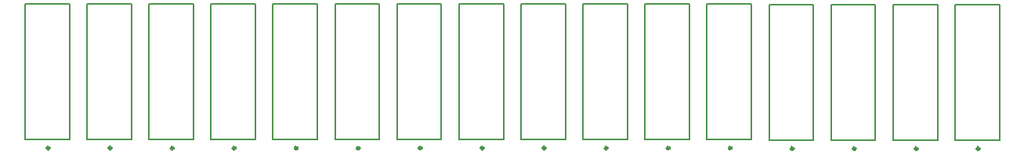
<source format=gbr>
G04 #@! TF.GenerationSoftware,KiCad,Pcbnew,(6.0.5)*
G04 #@! TF.CreationDate,2022-06-05T02:02:10-04:00*
G04 #@! TF.ProjectId,PB_16,50425f31-362e-46b6-9963-61645f706362,v1*
G04 #@! TF.SameCoordinates,Original*
G04 #@! TF.FileFunction,Other,ECO2*
%FSLAX46Y46*%
G04 Gerber Fmt 4.6, Leading zero omitted, Abs format (unit mm)*
G04 Created by KiCad (PCBNEW (6.0.5)) date 2022-06-05 02:02:10*
%MOMM*%
%LPD*%
G01*
G04 APERTURE LIST*
%ADD10C,0.127000*%
%ADD11C,0.300000*%
G04 APERTURE END LIST*
D10*
X96622600Y-151688600D02*
X91822600Y-151688600D01*
X91822600Y-151688600D02*
X91822600Y-136988600D01*
X91822600Y-136988600D02*
X96622600Y-136988600D01*
X96622600Y-136988600D02*
X96622600Y-151688600D01*
D11*
X94464020Y-152638600D02*
G75*
G03*
X94464020Y-152638600I-141420J0D01*
G01*
D10*
X132025198Y-136998600D02*
X136825198Y-136998600D01*
X136825198Y-136998600D02*
X136825198Y-151698600D01*
X136825198Y-151698600D02*
X132025198Y-151698600D01*
X132025198Y-151698600D02*
X132025198Y-136998600D01*
D11*
X134666618Y-152648600D02*
G75*
G03*
X134666618Y-152648600I-141420J0D01*
G01*
D10*
X178928229Y-137063600D02*
X183728229Y-137063600D01*
X178928229Y-151763600D02*
X178928229Y-137063600D01*
X183728229Y-151763600D02*
X178928229Y-151763600D01*
X183728229Y-137063600D02*
X183728229Y-151763600D01*
D11*
X181569649Y-152713600D02*
G75*
G03*
X181569649Y-152713600I-141420J0D01*
G01*
D10*
X103323033Y-137003600D02*
X103323033Y-151703600D01*
X103323033Y-151703600D02*
X98523033Y-151703600D01*
X98523033Y-151703600D02*
X98523033Y-137003600D01*
X98523033Y-137003600D02*
X103323033Y-137003600D01*
D11*
X101164453Y-152653600D02*
G75*
G03*
X101164453Y-152653600I-141420J0D01*
G01*
D10*
X130124765Y-151698600D02*
X125324765Y-151698600D01*
X125324765Y-151698600D02*
X125324765Y-136998600D01*
X125324765Y-136998600D02*
X130124765Y-136998600D01*
X130124765Y-136998600D02*
X130124765Y-151698600D01*
D11*
X127966185Y-152648600D02*
G75*
G03*
X127966185Y-152648600I-141420J0D01*
G01*
D10*
X143525631Y-136998600D02*
X143525631Y-151698600D01*
X138725631Y-136998600D02*
X143525631Y-136998600D01*
X138725631Y-151698600D02*
X138725631Y-136998600D01*
X143525631Y-151698600D02*
X138725631Y-151698600D01*
D11*
X141367051Y-152648600D02*
G75*
G03*
X141367051Y-152648600I-141420J0D01*
G01*
D10*
X150226064Y-151698600D02*
X145426064Y-151698600D01*
X150226064Y-136998600D02*
X150226064Y-151698600D01*
X145426064Y-151698600D02*
X145426064Y-136998600D01*
X145426064Y-136998600D02*
X150226064Y-136998600D01*
D11*
X148067484Y-152648600D02*
G75*
G03*
X148067484Y-152648600I-141420J0D01*
G01*
D10*
X156926497Y-151698600D02*
X152126497Y-151698600D01*
X152126497Y-136998600D02*
X156926497Y-136998600D01*
X156926497Y-136998600D02*
X156926497Y-151698600D01*
X152126497Y-151698600D02*
X152126497Y-136998600D01*
D11*
X154767917Y-152648600D02*
G75*
G03*
X154767917Y-152648600I-141420J0D01*
G01*
D10*
X197129100Y-137063600D02*
X197129100Y-151763600D01*
X192329100Y-137063600D02*
X197129100Y-137063600D01*
X192329100Y-151763600D02*
X192329100Y-137063600D01*
X197129100Y-151763600D02*
X192329100Y-151763600D01*
D11*
X194970520Y-152713600D02*
G75*
G03*
X194970520Y-152713600I-141420J0D01*
G01*
D10*
X118624332Y-151698600D02*
X118624332Y-136998600D01*
X123424332Y-136998600D02*
X123424332Y-151698600D01*
X118624332Y-136998600D02*
X123424332Y-136998600D01*
X123424332Y-151698600D02*
X118624332Y-151698600D01*
D11*
X121265752Y-152648600D02*
G75*
G03*
X121265752Y-152648600I-141420J0D01*
G01*
D10*
X105223466Y-137003600D02*
X110023466Y-137003600D01*
X110023466Y-137003600D02*
X110023466Y-151703600D01*
X110023466Y-151703600D02*
X105223466Y-151703600D01*
X105223466Y-151703600D02*
X105223466Y-137003600D01*
D11*
X107864886Y-152653600D02*
G75*
G03*
X107864886Y-152653600I-141420J0D01*
G01*
D10*
X172227796Y-137063600D02*
X177027796Y-137063600D01*
X172227796Y-151763600D02*
X172227796Y-137063600D01*
X177027796Y-137063600D02*
X177027796Y-151763600D01*
X177027796Y-151763600D02*
X172227796Y-151763600D01*
D11*
X174869216Y-152713600D02*
G75*
G03*
X174869216Y-152713600I-141420J0D01*
G01*
D10*
X163626930Y-136998600D02*
X163626930Y-151698600D01*
X158826930Y-151698600D02*
X158826930Y-136998600D01*
X158826930Y-136998600D02*
X163626930Y-136998600D01*
X163626930Y-151698600D02*
X158826930Y-151698600D01*
D11*
X161468350Y-152648600D02*
G75*
G03*
X161468350Y-152648600I-141420J0D01*
G01*
D10*
X116723899Y-151703600D02*
X111923899Y-151703600D01*
X111923899Y-137003600D02*
X116723899Y-137003600D01*
X111923899Y-151703600D02*
X111923899Y-137003600D01*
X116723899Y-137003600D02*
X116723899Y-151703600D01*
D11*
X114565319Y-152653600D02*
G75*
G03*
X114565319Y-152653600I-141420J0D01*
G01*
D10*
X185628662Y-151763600D02*
X185628662Y-137063600D01*
X190428662Y-151763600D02*
X185628662Y-151763600D01*
X185628662Y-137063600D02*
X190428662Y-137063600D01*
X190428662Y-137063600D02*
X190428662Y-151763600D01*
D11*
X188270082Y-152713600D02*
G75*
G03*
X188270082Y-152713600I-141420J0D01*
G01*
D10*
X170327363Y-136998600D02*
X170327363Y-151698600D01*
X165527363Y-151698600D02*
X165527363Y-136998600D01*
X170327363Y-151698600D02*
X165527363Y-151698600D01*
X165527363Y-136998600D02*
X170327363Y-136998600D01*
D11*
X168168783Y-152648600D02*
G75*
G03*
X168168783Y-152648600I-141420J0D01*
G01*
M02*

</source>
